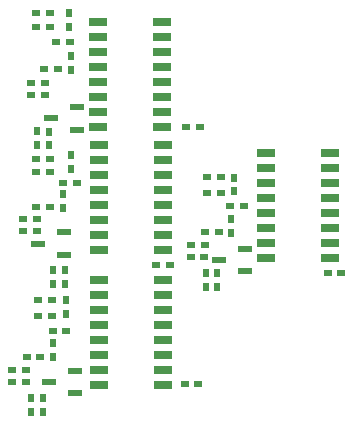
<source format=gbr>
%TF.GenerationSoftware,Altium Limited,Altium Designer,21.7.2 (23)*%
G04 Layer_Color=128*
%FSLAX24Y24*%
%MOIN*%
%TF.SameCoordinates,DA776ED6-ADCF-4D54-B547-66972558000F*%
%TF.FilePolarity,Positive*%
%TF.FileFunction,Paste,Bot*%
%TF.Part,Single*%
G01*
G75*
%TA.AperFunction,SMDPad,CuDef*%
%ADD10R,0.0236X0.0250*%
%ADD16R,0.0250X0.0236*%
%ADD74R,0.0600X0.0276*%
%ADD75R,0.0453X0.0236*%
D10*
X9409Y17638D02*
D03*
Y18098D02*
D03*
X9016Y17644D02*
D03*
Y18104D02*
D03*
X9843Y19455D02*
D03*
Y19915D02*
D03*
X9961Y20833D02*
D03*
Y21293D02*
D03*
X3189Y13477D02*
D03*
Y13937D02*
D03*
X3583Y13477D02*
D03*
Y13937D02*
D03*
X3937Y15321D02*
D03*
Y15781D02*
D03*
X4370Y16739D02*
D03*
Y17198D02*
D03*
X3937Y17762D02*
D03*
Y18222D02*
D03*
X4331Y17756D02*
D03*
Y18216D02*
D03*
X4258Y20282D02*
D03*
Y20742D02*
D03*
X4528Y21587D02*
D03*
Y22047D02*
D03*
X3780Y22368D02*
D03*
Y22828D02*
D03*
X3386Y22375D02*
D03*
Y22835D02*
D03*
X4528Y24888D02*
D03*
Y25348D02*
D03*
X4449Y26305D02*
D03*
Y26765D02*
D03*
D16*
X13077Y18110D02*
D03*
X13537D02*
D03*
X8510Y18661D02*
D03*
X8970D02*
D03*
X8516Y19055D02*
D03*
X8976D02*
D03*
X8983Y19488D02*
D03*
X9443D02*
D03*
X10276Y20354D02*
D03*
X9816D02*
D03*
X9061Y21299D02*
D03*
X9521D02*
D03*
X9061Y20787D02*
D03*
X9521D02*
D03*
X8313Y14409D02*
D03*
X8773D02*
D03*
X2565Y14488D02*
D03*
X3025D02*
D03*
X2565Y14882D02*
D03*
X3025D02*
D03*
X4370Y16181D02*
D03*
X3910D02*
D03*
X3044Y15315D02*
D03*
X3504D02*
D03*
X3438Y16693D02*
D03*
X3898D02*
D03*
X3431Y17205D02*
D03*
X3891D02*
D03*
X7362Y18386D02*
D03*
X7822D02*
D03*
X2920Y19528D02*
D03*
X3380D02*
D03*
X2920Y19921D02*
D03*
X3380D02*
D03*
X3359Y20315D02*
D03*
X3819D02*
D03*
X4718Y21102D02*
D03*
X4258D02*
D03*
X3353Y21496D02*
D03*
X3813D02*
D03*
X3353Y21929D02*
D03*
X3813D02*
D03*
X3353Y26772D02*
D03*
X3813D02*
D03*
X3189Y24055D02*
D03*
X3649D02*
D03*
X3195Y24449D02*
D03*
X3655D02*
D03*
X8353Y22992D02*
D03*
X8813D02*
D03*
X4488Y25827D02*
D03*
X4028D02*
D03*
X3628Y24921D02*
D03*
X4088D02*
D03*
X3359Y26299D02*
D03*
X3819D02*
D03*
D74*
X11019Y18604D02*
D03*
Y19104D02*
D03*
Y19604D02*
D03*
Y20104D02*
D03*
Y20604D02*
D03*
Y21104D02*
D03*
Y21604D02*
D03*
Y22104D02*
D03*
X13154D02*
D03*
Y21604D02*
D03*
Y21104D02*
D03*
Y20604D02*
D03*
Y20104D02*
D03*
Y19604D02*
D03*
Y19104D02*
D03*
Y18604D02*
D03*
X5468Y18880D02*
D03*
Y19380D02*
D03*
Y19880D02*
D03*
Y20380D02*
D03*
Y20880D02*
D03*
Y21380D02*
D03*
Y21880D02*
D03*
Y22380D02*
D03*
X7603D02*
D03*
Y21880D02*
D03*
Y21380D02*
D03*
Y20880D02*
D03*
Y20380D02*
D03*
Y19880D02*
D03*
Y19380D02*
D03*
Y18880D02*
D03*
X5468Y14392D02*
D03*
Y14892D02*
D03*
Y15392D02*
D03*
Y15892D02*
D03*
Y16392D02*
D03*
Y16892D02*
D03*
Y17392D02*
D03*
Y17892D02*
D03*
X7603D02*
D03*
Y17392D02*
D03*
Y16892D02*
D03*
Y16392D02*
D03*
Y15892D02*
D03*
Y15392D02*
D03*
Y14892D02*
D03*
Y14392D02*
D03*
X5428Y22974D02*
D03*
Y23474D02*
D03*
Y23974D02*
D03*
Y24474D02*
D03*
Y24974D02*
D03*
Y25474D02*
D03*
Y25974D02*
D03*
Y26474D02*
D03*
X7564D02*
D03*
Y25974D02*
D03*
Y25474D02*
D03*
Y24974D02*
D03*
Y24474D02*
D03*
Y23974D02*
D03*
Y23474D02*
D03*
Y22974D02*
D03*
D75*
X10315Y18917D02*
D03*
Y18169D02*
D03*
X9449Y18543D02*
D03*
X4646Y14862D02*
D03*
Y14114D02*
D03*
X3780Y14488D02*
D03*
X4291Y19468D02*
D03*
Y18720D02*
D03*
X3425Y19094D02*
D03*
X4724Y23642D02*
D03*
Y22894D02*
D03*
X3858Y23268D02*
D03*
%TF.MD5,8a017d0adb3d54c4f36c320501ab513d*%
M02*

</source>
